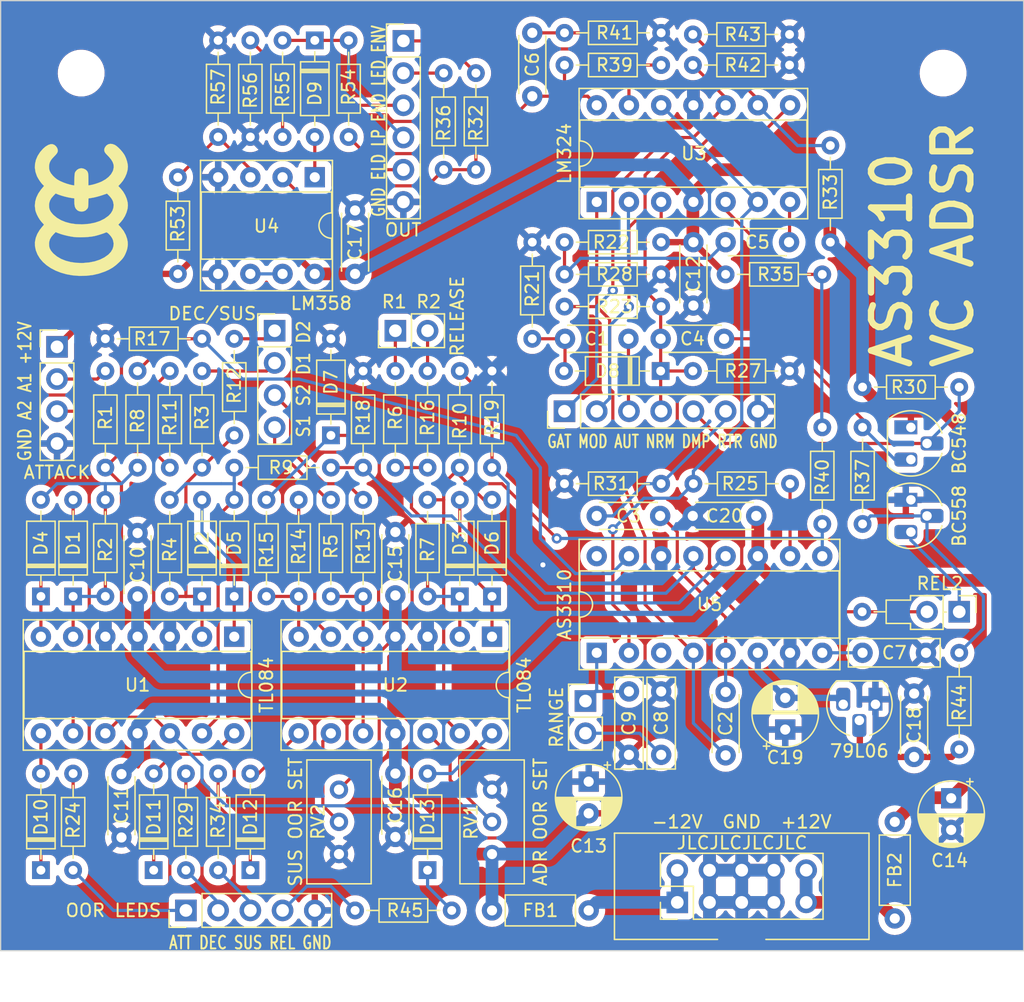
<source format=kicad_pcb>
(kicad_pcb (version 20221018) (generator pcbnew)
  (layers (0 "F.Cu" signal) (31 "B.Cu" signal) (34 "B.Paste" user) (35 "F.Paste" user) (36 "B.SilkS" user "B.Silkscreen") (37 "F.SilkS" user "F.Silkscreen") (38 "B.Mask" user) (39 "F.Mask" user) (44 "Edge.Cuts" user))
  (net 0 "")
  (net 1 "AUTO")
  (net 2 "Net-(D8-A)")
  (net 3 "G")
  (net 4 "T")
  (net 5 "RETRIG")
  (net 6 "NORM")
  (net 7 "Net-(Q1-E)")
  (net 8 "Net-(U3A--)")
  (net 9 "Net-(C5-Pad2)")
  (net 10 "Net-(U3C--)")
  (net 11 "Net-(U4A--)")
  (net 12 "Net-(U5-CCOMP)")
  (net 13 "GND")
  (net 14 "RNG2")
  (net 15 "RNG1")
  (net 16 "+12V")
  (net 17 "-12V")
  (net 18 "-6V")
  (net 19 "Net-(D1-K)")
  (net 20 "Net-(D1-A)")
  (net 21 "Net-(D2-K)")
  (net 22 "Net-(D2-A)")
  (net 23 "Net-(D3-K)")
  (net 24 "Net-(D3-A)")
  (net 25 "AM")
  (net 26 "DM")
  (net 27 "RM")
  (net 28 "S")
  (net 29 "ATT1")
  (net 30 "ATT2")
  (net 31 "DEC1")
  (net 32 "DEC2")
  (net 33 "SUS1")
  (net 34 "SUS2")
  (net 35 "REL1")
  (net 36 "REL2")
  (net 37 "GATE")
  (net 38 "MODE")
  (net 39 "DAMP")
  (net 40 "OORA")
  (net 41 "OORD")
  (net 42 "OORS")
  (net 43 "OORR")
  (net 44 "OUT")
  (net 45 "LED")
  (net 46 "R2")
  (net 47 "R")
  (net 48 "Net-(Q2-B)")
  (net 49 "SM")
  (net 50 "A")
  (net 51 "D")
  (net 52 "Net-(U2B--)")
  (net 53 "Net-(R14-Pad2)")
  (net 54 "Net-(U1C-+)")
  (net 55 "Net-(U3B--)")
  (net 56 "LOOP")
  (net 57 "Net-(U3D--)")
  (net 58 "Net-(U3B-+)")
  (net 59 "Net-(D9-A)")
  (net 60 "END")
  (net 61 "Net-(U5-IIN)")
  (net 62 "Net-(U4A-+)")
  (net 63 "Net-(U4B--)")
  (net 66 "Net-(D10-K)")
  (net 67 "Net-(D10-A)")
  (net 68 "Net-(D11-K)")
  (net 69 "Net-(D11-A)")
  (net 70 "Net-(D12-K)")
  (net 71 "Net-(D12-A)")
  (net 72 "Net-(D13-K)")
  (net 73 "Net-(D13-A)")
  (net 74 "Net-(U2C--)")
  (net 75 "Net-(J9-Pin_1)")
  (net 76 "Net-(J9-Pin_10)")
  (net 77 "ENDLD")
  (footprint "CGE_footprints:R_Axial_DIN0204_L3.6mm_D1.6mm_P7.62mm_Horizontal" (layer "F.Cu") (at 149.86 125.095 90)
    (fp_text reference "R44")
    (fp_text value "150k")
  )
  (footprint "CGE_footprints:C_Disc_D4.3mm_W1.9mm_P5.00mm" (layer "F.Cu") (at 102.235 87.59 90)
    (fp_text reference "C17")
    (fp_text value "100n")
  )
  (footprint "CGE_footprints:R_Axial_DIN0204_L3.6mm_D1.6mm_P7.62mm_Horizontal" (layer "F.Cu") (at 136.485 95.25 180)
    (fp_text reference "R27")
    (fp_text value "6k8")
  )
  (footprint "Inductor_THT:L_Axial_L5.3mm_D2.2mm_P7.62mm_Horizontal_Vishay_IM-1" (layer "F.Cu") (at 144.78 130.81 -90)
    (fp_text reference "FB2")
    (fp_text value "FB")
  )
  (footprint "CGE_footprints:D_DO-35_SOD27_P7.62mm_Horizontal" (layer "F.Cu") (at 110.49 113.03 90)
    (fp_text reference "D3")
    (fp_text value "1N914")
  )
  (footprint "CGE_footprints:D_DO-35_SOD27_P7.62mm_Horizontal" (layer "F.Cu") (at 100.33 100.33 90)
    (fp_text reference "D7")
    (fp_text value "5V1")
  )
  (footprint "CGE_footprints:R_Axial_DIN0204_L3.6mm_D1.6mm_P7.62mm_Horizontal" (layer "F.Cu") (at 85.09 102.87 90)
    (fp_text reference "R8")
    (fp_text value "20k")
  )
  (footprint "Connector_PinHeader_2.54mm:PinHeader_1x06_P2.54mm_Vertical" (layer "F.Cu") (at 106.045 69.215)
    (fp_text reference "J6" hide)
    (fp_text value "OUT")
  )
  (footprint "MountingHole:MountingHole_3.2mm_M3" (layer "F.Cu") (at 148.59 71.755)
    (fp_text reference "REF**" hide)
    (fp_text value "3.2mm")
  )
  (footprint "Connector_PinHeader_2.54mm:PinHeader_1x02_P2.54mm_Vertical" (layer "F.Cu") (at 105.41 92.075 90)
    (fp_text reference "J3" hide)
    (fp_text value "RELEASE")
  )
  (footprint "CGE_footprints:C_Disc_D4.3mm_W1.9mm_P5.00mm" (layer "F.Cu") (at 128.905 85.09 -90)
    (fp_text reference "C12")
    (fp_text value "100n")
  )
  (footprint "CGE_footprints:C_Disc_D4.3mm_W1.9mm_P5.00mm" (layer "F.Cu") (at 116.205 68.58 -90)
    (fp_text reference "C6")
    (fp_text value "22p")
  )
  (footprint "Package_DIP:DIP-8_W7.62mm_Socket" (layer "F.Cu") (at 99.06 79.97 -90)
    (fp_text reference "U4")
    (fp_text value "LM358")
  )
  (footprint "CGE_footprints:Resistor_Header" (layer "F.Cu") (at 149.83 114.24 180)
    (fp_text reference "J7" hide)
    (fp_text value "REL.2")
  )
  (footprint "CGE_footprints:C_Disc_D4.3mm_W1.9mm_P5.00mm" (layer "F.Cu") (at 105.41 112.95 90)
    (fp_text reference "C15")
    (fp_text value "100n")
  )
  (footprint "Package_DIP:DIP-14_W7.62mm_Socket" (layer "F.Cu") (at 92.71 116.205 -90)
    (fp_text reference "U1")
    (fp_text value "TL084")
  )
  (footprint "CGE_footprints:R_Axial_DIN0204_L3.6mm_D1.6mm_P7.62mm_Horizontal" (layer "F.Cu") (at 116.205 85.09 -90)
    (fp_text reference "R21")
    (fp_text value "10k")
  )
  (footprint "CGE_footprints:C_Disc_D4.3mm_W1.9mm_P5.00mm" (layer "F.Cu") (at 105.41 127 -90)
    (fp_text reference "C16")
    (fp_text value "100n")
  )
  (footprint "CGE_footprints:R_Axial_DIN0204_L3.6mm_D1.6mm_P7.62mm_Horizontal" (layer "F.Cu") (at 105.41 95.25 -90)
    (fp_text reference "R6")
    (fp_text value "100k")
  )
  (footprint "CGE_footprints:C_Disc_D4.3mm_W1.9mm_P5.00mm" (layer "F.Cu") (at 131.445 125.563 90)
    (fp_text reference "C2")
    (fp_text value "3n3")
  )
  (footprint "CGE_footprints:R_Axial_DIN0204_L3.6mm_D1.6mm_P7.62mm_Horizontal" (layer "F.Cu") (at 139.065 107.315 90)
    (fp_text reference "R40")
    (fp_text value "10k")
  )
  (footprint "CGE_footprints:R_Axial_DIN0204_L3.6mm_D1.6mm_P7.62mm_Horizontal" (layer "F.Cu") (at 142.24 96.52)
    (fp_text reference "R30")
    (fp_text value "100k")
  )
  (footprint "CGE_footprints:R_Axial_DIN0204_L3.6mm_D1.6mm_P7.62mm_Horizontal" (layer "F.Cu") (at 126.365 68.58 180)
    (fp_text reference "R41")
    (fp_text value "100k")
  )
  (footprint "CGE_footprints:R_Axial_DIN0204_L3.6mm_D1.6mm_P7.62mm_Horizontal" (layer "F.Cu") (at 113.03 95.25 -90)
    (fp_text reference "R19")
    (fp_text value "1k")
  )
  (footprint "CGE_footprints:D_DO-35_SOD27_P7.62mm_Horizontal" (layer "F.Cu") (at 86.36 134.62 90)
    (fp_text reference "D11")
    (fp_text value "1N914")
  )
  (footprint "CGE_footprints:R_Axial_DIN0204_L3.6mm_D1.6mm_P7.62mm_Horizontal" (layer "F.Cu") (at 88.9 127 -90)
    (fp_text reference "R29")
    (fp_text value "20k")
  )
  (footprint "CGE_footprints:D_DO-35_SOD27_P7.62mm_Horizontal" (layer "F.Cu") (at 90.17 113.03 90)
    (fp_text reference "D2")
    (fp_text value "1N914")
  )
  (footprint "CGE_footprints:C_Disc_D4.3mm_W1.9mm_P5.00mm" (layer "F.Cu") (at 123.785 92.71 180)
    (fp_text reference "C1")
    (fp_text value "33n")
  )
  (footprint "CGE_footprints:C_Disc_D4.3mm_W1.9mm_P5.00mm" (layer "F.Cu") (at 121.285 106.68)
    (fp_text reference "C3")
    (fp_text value "10n")
  )
  (footprint "Capacitor_THT:C_Rect_L7.0mm_W2.0mm_P5.00mm" (layer "F.Cu") (at 123.825 120.523 -90)
    (fp_text reference "C9")
    (fp_text value "33n")
  )
  (footprint "CGE_footprints:R_Axial_DIN0204_L3.6mm_D1.6mm_P7.62mm_Horizontal" (layer "F.Cu") (at 126.365 87.63 180)
    (fp_text reference "R28")
    (fp_text value "22k")
  )
  (footprint "CGE_footprints:R_Axial_DIN0204_L3.6mm_D1.6mm_P7.62mm_Horizontal" (layer "F.Cu") (at 88.265 79.97 -90)
    (fp_text reference "R53")
    (fp_text value "1M")
  )
  (footprint "Package_DIP:DIP-14_W7.62mm_Socket" (layer "F.Cu") (at 113.03 116.205 -90)
    (fp_text reference "U2")
    (fp_text value "TL084")
  )
  (footprint "CGE_footprints:R_Axial_DIN0204_L3.6mm_D1.6mm_P7.62mm_Horizontal" (layer "F.Cu") (at 128.905 104.14)
    (fp_text reference "R25")
    (fp_text value "22k")
  )
  (footprint "CGE_footprints:R_Axial_DIN0204_L3.6mm_D1.6mm_P7.62mm_Horizontal" (layer "F.Cu") (at 107.95 113.03 90)
    (fp_text reference "R7")
    (fp_text value "51k")
  )
  (footprint "CGE_footprints:D_DO-35_SOD27_P7.62mm_Horizontal" (layer "F.Cu") (at 107.95 134.62 90)
    (fp_text reference "D13")
    (fp_text value "1N914")
  )
  (footprint "CGE_footprints:D_DO-35_SOD27_P7.62mm_Horizontal" (layer "F.Cu") (at 80.01 113.03 90)
    (fp_text reference "D1")
    (fp_text value "1N914")
  )
  (footprint "CGE_footprints:R_Axial_DIN0204_L3.6mm_D1.6mm_P7.62mm_Horizontal" (layer "F.Cu") (at 87.63 113.03 90)
    (fp_text reference "R4")
    (fp_text value "51k")
  )
  (footprint "CGE_footprints:R_Axial_DIN0204_L3.6mm_D1.6mm_P7.62mm_Horizontal" (layer "F.Cu") (at 109.855 137.795 180)
    (fp_text reference "R45")
    (fp_text value "20k")
  )
  (footprint "CGE_footprints:D_DO-35_SOD27_P7.62mm_Horizontal" (layer "F.Cu") (at 126.325 95.25 180)
    (fp_text reference "D8")
    (fp_text value "BAT43")
  )
  (footprint "CGE_footprints:D_DO-35_SOD27_P7.62mm_Horizontal" (layer "F.Cu") (at 77.47 113.03 90)
    (fp_text reference "D4")
    (fp_text value "1N914")
  )
  (footprint "CGE_footprints:R_Axial_DIN0204_L3.6mm_D1.6mm_P7.62mm_Horizontal" (layer "F.Cu") (at 126.365 90.17 180)
    (fp_text reference "R23")
    (fp_text value "10k")
  )
  (footprint "CGE_footprints:R_Axial_DIN0204_L3.6mm_D1.6mm_P7.62mm_Horizontal" (layer "F.Cu") (at 91.44 127 -90)
    (fp_text reference "R34")
    (fp_text value "20k")
  )
  (footprint "Inductor_THT:L_Axial_L5.3mm_D2.2mm_P7.62mm_Horizontal_Vishay_IM-1" (layer "F.Cu") (at 113.03 137.795)
    (fp_text reference "FB1")
    (fp_text value "FB")
  )
  (footprint "CGE_footprints:R_Axial_DIN0204_L3.6mm_D1.6mm_P7.62mm_Horizontal" (layer "F.Cu") (at 102.87 95.25 -90)
    (fp_text reference "R18")
    (fp_text value "1k")
  )
  (footprint "CGE_footprints:D_DO-35_SOD27_P7.62mm_Horizontal" (layer "F.Cu") (at 93.98 134.62 90)
    (fp_text reference "D12")
    (fp_text value "1N914")
  )
  (footprint "CGE_footprints:D_DO-35_SOD27_P7.62mm_Horizontal" (layer "F.Cu") (at 99.06 69.175 -90)
    (fp_text reference "D9")
    (fp_text value "1N914")
  )
  (footprint "CGE_footprints:C_Disc_D4.3mm_W1.9mm_P5.00mm" (layer "F.Cu") (at 131.445 85.09)
    (fp_text reference "C5")
    (fp_text value "33n")
  )
  (footprint "CGE_footprints:R_Axial_DIN0204_L3.6mm_D1.6mm_P7.62mm_Horizontal" (layer "F.Cu") (at 107.95 95.25 -90)
    (fp_text reference "R16")
    (fp_text value "100k")
  )
  (footprint "CGE_footprints:R_Axial_DIN0204_L3.6mm_D1.6mm_P7.62mm_Horizontal" (layer "F.Cu") (at 101.727 69.175 -90)
    (fp_text reference "R54")
    (fp_text value "10k")
  )
  (footprint "Connector_PinHeader_2.54mm:PinHeader_1x07_P2.54mm_Vertical" (layer "F.Cu") (at 118.745 98.425 90)
    (fp_text reference "J4" hide)
    (fp_text value "GATE/TRG")
  )
  (footprint "CGE_footprints:R_Axial_DIN0204_L3.6mm_D1.6mm_P7.62mm_Horizontal" (layer "F.Cu") (at 118.745 104.14)
    (fp_text reference "R31")
    (fp_text value "100k")
  )
  (footprint "Connector_PinHeader_2.54mm:PinHeader_1x04_P2.54mm_Vertical" (layer "F.Cu") (at 78.74 93.345)
    (fp_text reference "J1" hide)
    (fp_text value "ATTACK")
  )
  (footprint "Package_TO_SOT_THT:TO-92_HandSolder" (layer "F.Cu") (at 143.256 121.539 180)
    (fp_text reference "U6" hide)
    (fp_text value "LM79L06")
  )
  (footprint "CGE_footprints:D_DO-35_SOD27_P7.62mm_Horizontal" (layer "F.Cu") (at 113.03 113.03 90)
    (fp_text reference "D6")
    (fp_text value "1N914")
  )
  (footprint "MountingHole:MountingHole_3.2mm_M3" (layer "F.Cu") (at 80.645 71.755)
    (fp_text reference "REF**" hide)
    (fp_text value "3.2mm")
  )
  (footprint "CGE_footprints:R_Axial_DIN0204_L3.6mm_D1.6mm_P7.62mm_Horizontal" (layer "F.Cu") (at 139.7 77.47 -90)
    (fp_text reference "R33")
    (fp_text value "100k")
  )
  (footprint "CGE_footprints:C_Disc_D4.3mm_W1.9mm_P5.00mm" (layer "F.Cu") (at 83.82 127.04 -90)
    (fp_text reference "C11")
    (fp_text value "100n")
  )
  (footprint "CGE_footprints:R_Axial_DIN0204_L3.6mm_D1.6mm_P7.62mm_Horizontal" (layer "F.Cu") (at 109.22 79.375 90)
    (fp_text reference "R36")
    (fp_text value "10k")
  )
  (footprint "Package_TO_SOT_THT:TO-92_HandSolder" (layer "F.Cu") (at 146.05 99.695 -90)
    (fp_text reference "Q1" hide)
    (fp_text value "BC548")
  )
  (footprint "CGE_footprints:C_Disc_D4.3mm_W1.9mm_P5.00mm" (layer "F.Cu") (at 133.858 106.68 180)
    (fp_text reference "C20")
    (fp_text value "100n")
  )
  (footprint "Package_DIP:DIP-14_W7.62mm_Socket" (layer "F.Cu") (at 121.285 81.915 90)
    (fp_text reference "U3")
    (fp_text value "LM324")
  )
  (footprint "CGE_footprints:R_Axial_DIN0204_L3.6mm_D1.6mm_P7.62mm_Horizontal" (layer "F.Cu") (at 100.33 105.41 -90)
    (fp_text reference "R5")
    (fp_text value "100k")
  )
  (footprint "Connector_PinHeader_2.54mm:PinHeader_1x05_P2.54mm_Vertical" (layer "F.Cu") (at 88.9 137.795 90)
    (fp_text reference "J5" hide)
    (fp_text value "OOR_LEDS")
  )
  (footprint "CGE_footprints:R_Axial_DIN0204_L3.6mm_D1.6mm_P7.62mm_Horizontal" (layer "F.Cu") (at 82.55 95.25 -90)
    (fp_text reference "R1")
    (fp_text value "100k")
  )
  (footprint "CGE_footprints:R_Axial_DIN0204_L3.6mm_D1.6mm_P7.62mm_Horizontal" (layer "F.Cu") (at 96.52 69.175 -90)
    (fp_text reference "R55")
    (fp_text value "22k")
  )
  (footprint "CGE_footprints:R_Axial_DIN0204_L3.6mm_D1.6mm_P7.62mm_Horizontal" (layer "F.Cu") (at 92.71 102.87)
    (fp_text reference "R9")
    (fp_text value "20k")
  )
  (footprint "CGE_footprints:Power_2x05" (layer "F.Cu") (at 137.795 134.62 -90)
    (fp_text reference "J9" hide)
    (fp_text value "POWER")
  )
  (footprint "CGE_footprints:D_DO-35_SOD27_P7.62mm_Horizontal" (layer "F.Cu") (at 77.47 134.62 90)
    (fp_text reference "D10")
    (fp_text value "1N914")
  )
  (footprint "CGE_footprints:R_Axial_DIN0204_L3.6mm_D1.6mm_P7.62mm_Horizontal" (layer "F.Cu") (at 93.98 76.795 90)
    (fp_text reference "R56")
    (fp_text value "39k")
  )
  (footprint "CGE_footprints:R_Axial_DIN0204_L3.6mm_D1.6mm_P7.62mm_Horizontal" (layer "F.Cu") (at 82.55 113.03 90)
    (fp_text reference "R2")
    (fp_text value "51k")
  )
  (footprint "CGE_footprints:R_Axial_DIN0204_L3.6mm_D1.6mm_P7.62mm_Horizontal" (layer "F.Cu") (at 136.485 71.12 180)
    (fp_text reference "R42")
    (fp_text value "470k")
  )
  (footprint "CGE_footprints:C_Disc_D4.3mm_W1.9mm_P5.00mm" (layer "F.Cu") (at 146.304 125.69 90)
    (fp_text reference "C18")
    (fp_text value "330n")
  )
  (footprint "CGE_footprints:D_DO-35_SOD27_P7.62mm_Horizontal" (layer "F.Cu") (at 92.71 113.03 90)
    (fp_text reference "D5")
    (fp_text value "1N914")
  )
  (footprint "Capacitor_THT:CP_Radial_D5.0mm_P2.50mm" (layer "F.Cu") (at 149.225 128.945 -90)
    (fp_text reference "C14")
    (fp_text value "10u")
  )
  (footprint "CGE_footprints:R_Axial_DIN0204_L3.6mm_D1.6mm_P7.62mm_Horizontal" (layer "F.Cu") (at 90.17 95.25 -90)
    (fp_text reference "R3")
    (fp_text value "100k")
  )
  (footprint "CGE_footprints:R_Axial_DIN0204_L3.6mm_D1.6mm_P7.62mm_Horizontal" (layer "F.Cu") (at 92.71 92.71 -90)
    (fp_text reference "R12")
    (fp_text value "100k")
  )
  (footprint "CGE_footprints:R_Axial_DIN0204_L3.6mm_D1.6mm_P7.62mm_Horizontal" (layer "F.Cu") (at 126.365 71.12 180)
    (fp_text reference "R39")
    (fp_text value "100k")
  )
  (footprint "Package_DIP:DIP-16_W7.62mm_Socket" (layer "F.Cu") (at 121.285 117.475 90)
    (fp_text reference "U5")
    (fp_text value "AS3310")
  )
  (footprint "CGE_footprints:R_Axial_DIN0204_L3.6mm_D1.6mm_P7.62mm_Horizontal" (layer "F.Cu") (at 91.44 69.175 -90)
    (fp_text reference "R57")
    (fp_text value "680R")
  )
  (footprint "CGE_footprints:R_Axial_DIN0204_L3.6mm_D1.6mm_P7.62mm_Horizontal" (layer "F.Cu") (at 110.49 102.87 90)
    (fp_text reference "R10")
    (fp_text value "20k")
  )
  (footprint "Potentiometer_THT:Potentiometer_Bourns_3296W_Vertical" (layer "F.Cu") (at 113.03 128.27 90)
    (fp_text reference "RV1")
    (fp_text value "500k")
  )
  (footprint "CGE_footprints:C_Disc_D4.3mm_W1.9mm_P5.00mm" (layer "F.Cu") (at 85.09 113.03 90)
    (fp_text reference "C10")
    (fp_text value "100n")
  )
  (footprint "CGE_footprints:R_Axial_DIN0204_L3.6mm_D1.6mm_P7.62mm_Horizontal" (layer "F.Cu") (at 102.87 105.41 -90)
    (fp_text reference "R13")
    (fp_text value "100k")
  )
  (footprint "Connector_PinHeader_2.54mm:PinHeader_1x04_P2.54mm_Vertical" (layer "F.Cu") (at 95.895 92.075)
    (fp_text reference "J2" hide)
    (fp_text value "DECAY/SUSTAIN")
  )
  (footprint "Capacitor_THT:C_Rect_L7.0mm_W2.0mm_P5.00mm" (layer "F.Cu") (at 126.365 125.523 90)
    (fp_text reference "C8")
    (fp_text value "100n")
  )
  (footprint "Capacitor_THT:C_Rect_L7.0mm_W2.0mm_P5.00mm" (layer "F.Cu") (at 142.24 117.475)
    (fp_text reference "C7")
    (fp_text value "4n7")
  )
  (footprint "CGE_footprints:R_Axial_DIN0204_L3.6mm_D1.6mm_P7.62mm_Horizontal" (layer "F.Cu") (at 139.065 87.63 180)
    (fp_text reference "R35")
    (fp_text value "10M")
  )
  (footprint "CGE_footprints:R_Axial_DIN0204_L3.6mm_D1.6mm_P7.62mm_Horizontal" (layer "F.Cu") (at 142.24 107.315 90)
    (fp_text reference "R37")
    (fp_text value "47k")
  )
  (footprint "Package_TO_SOT_THT:TO-92_HandSolder" (layer "F.Cu") (at 146.05 105.41 -90)
    (fp_text reference "Q2" hide)
    (fp_text value "BC558")
  )
  (footprint "CGE_footprints:R_Axial_DIN0204_L3.6mm_D1.6mm_P7.62mm_Horizontal" (layer "F.Cu") (at 95.25 113.03 90)
    (fp_text reference "R15")
    (fp_text value "39k")
  )
  (footprint "CGE_footprints:R_Axial_DIN0204_L3.6mm_D1.6mm_P7.62mm_Horizontal" (layer "F.Cu") (at 80.01 127 -90)
    (fp_text reference "R24")
    (fp_text value "20k")
  )
  (footprint "CGE_footprints:R_Axial_DIN0204_L3.6mm_D1.6mm_P7.62mm_Horizontal" (layer "F.Cu") (at 111.76 79.375 90)
    (fp_text reference "R32")
    (fp_text value "1k")
  )
  (footprint "CGE_footprints:R_Axial_DIN0204_L3.6mm_D1.6mm_P7.62mm_Horizontal" (layer "F.Cu") (at 82.55 92.71)
    (fp_text reference "R17")
    (fp_text value "1k")
  )
  (footprint "Potentiometer_THT:Potentiometer_Bourns_3296W_Vertical" (layer "F.Cu") (at 100.965 128.27 90)
    (fp_text reference "RV2")
    (fp_text value "500k")
  )
  (footprint "Capacitor_THT:CP_Radial_D5.0mm_P2.50mm" (layer "F.Cu") (at 136.144 123.531 90)
    (fp_text reference "C19")
    (fp_text value "1u")
  )
  (footprint "Capacitor_THT:CP_Radial_D5.0mm_P2.50mm" (layer "F.Cu") (at 120.65 127.635 -90)
    (fp_text reference "C13")
    (fp_text value "10u")
  )
  (footprint "CGE_footprints:R_Axial_DIN0204_L3.6mm_D1.6mm_P7.62mm_Horizontal" (layer "F.Cu") (at 118.745 85.09)
    (fp_text reference "R22")
    (fp_text value "100k")
  )
  (footprint "CGE_footprints:C_Disc_D4.3mm_W1.9mm_P5.00mm" (layer "F.Cu") (at 126.325 92.71)
    (fp_text reference "C4")
    (fp_text value "10n")
  )
  (footprint "CGE_footprints:R_Axial_DIN0204_L3.6mm_D1.6mm_P7.62mm_Horizontal" (layer "F.Cu") (at 87.63 95.25 -90)
    (fp_text reference "R11")
    (fp_text value "100k")
  )
  (footprint "CGE_footprints:R_Axial_DIN0204_L3.6mm_D1.6mm_P7.62mm_Horizontal" (layer "F.Cu") (at 97.79 105.41 -90)
    (fp_text reference "R14")
    (fp_text value "100k")
  )
  (footprint "CGE_footprints:R_Axial_DIN0204_L3.6mm_D1.6mm_P7.62mm_Horizontal" (layer "F.Cu") (at 136.485 68.707 180)
    (fp_text reference "R43")
    (fp_text value "10k")
  )
  (footprint "CGE_footprints:CGE_logo" (layer "F.Cu") (at 80.645 82.55 90)
    (fp_text reference "G***" hide)
    (fp_text value "LOGO" hide)
  )
  (footprint "Connector_PinHeader_2.54mm:PinHeader_1x02_P2.54mm_Vertical" (layer "F.Cu") (at 120.396 121.28)
    (fp_text reference "J8" hide)
    (fp_text value "RANGE")
  )
  (gr_rect (start 74.295 66.04) (end 154.94 140.97) (stroke (width 0.1)) (fill none) (layer "Edge.Cuts"))
  (gr_text "AS3310\nVC ADSR" (at 151.13 95.25 90) (layer "F.SilkS") (effects (font (size 3 3) (thickness 0.5) bold) (justify left bottom)))
  (gr_text "JLCJLCJLCJLC" (at 132.7404 133.0452) (layer "F.SilkS") (effects (font (size 1 1)) (justify bottom)))
  (segment (start 123.785 92.71) (end 123.785 98.385) (width 0.25) (layer "F.Cu") (net 1))
  (segment (start 123.785 98.385) (end 123.825 98.425) (width 0.25) (layer "F.Cu") (net 1))
  (segment (start 118.785 95.17) (end 118.705 95.25) (width 0.25) (layer "F.Cu") (net 2))
  (segment (start 118.785 92.71) (end 118.785 95.17) (width 0.25) (layer "F.Cu") (net 2))
  (segment (start 116.205 92.71) (end 118.785 92.71) (width 0.25) (layer "F.Cu") (net 2))
  (segment (start 122.555 96.901) (end 122.301 96.647) (width 0.25) (layer "F.Cu") (net 3))
  (segment (start 125.095 113.665) (end 125.095 108.331) (width 0.25) (layer "F.Cu") (net 3))
  (segment (start 125.095 108.331) (end 122.555 102.235) (width 0.25) (layer "F.Cu") (net 3))
  (segment (start 128.905 117.475) (end 125.095 113.665) (width 0.25) (layer "F.Cu") (net 3))
  (segment (start 122.555 102.235) (end 122.555 96.901) (width 0.25) (layer "F.Cu") (net 3))
  (segment (start 121.285 90.17) (end 120.523 90.17) (width 0.25) (layer "F.Cu") (net 3))
  (segment (start 122.301 96.647) (end 122.301 91.186) (width 0.25) (layer "F.Cu") (net 3))
  (segment (start 120.523 90.17) (end 118.745 90.17) (width 0.25) (layer "F.Cu") (net 3))
  (segment (start 122.301 91.186) (end 121.285 90.17) (width 0.25) (layer "F.Cu") (net 3))
  (segment (start 121.285 81.915) (end 121.285 90.17) (width 0.25) (layer "F.Cu") (net 3))
  (segment (start 128.905 117.475) (end 128.905 123.023) (width 0.25) (layer "B.Cu") (net 3))
  (segment (start 128.905 123.023) (end 131.445 125.563) (width 0.25) (layer "B.Cu") (net 3))
  (segment (start 127.635 110.871) (end 127.635 107.95) (width 0.25) (layer "F.Cu") (net 4))
  (segment (start 127.635 107.95) (end 126.365 106.68) (width 0.25) (layer "F.Cu") (net 4))
  (segment (start 131.445 117.475) (end 131.445 114.681) (width 0.25) (layer "F.Cu") (net 4))
  (segment (start 131.445 114.681) (end 127.635 110.871) (width 0.25) (layer "F.Cu") (net 4))
  (segment (start 126.365 106.68) (end 126.285 106.68) (width 0.25) (layer "F.Cu") (net 4))
  (segment (start 131.445 117.475) (end 131.445 120.563) (width 0.25) (layer "B.Cu") (net 4))
  (segment (start 126.365 104.14) (end 131.445 99.06) (width 0.25) (layer "B.Cu") (net 5))
  (segment (start 121.285 106.68) (end 122.555 106.68) (width 0.25) (layer "B.Cu") (net 5))
  (segment (start 125.095 104.14) (end 126.365 104.14) (width 0.25) (layer "B.Cu") (net 5))
  (segment (start 131.445 99.06) (end 131.445 98.425) (width 0.25) (layer "B.Cu") (net 5))
  (segment (start 122.555 106.68) (end 125.095 104.14) (width 0.25) (layer "B.Cu") (net 5))
  (segment (start 125.095 84.455) (end 125.095 88.9) (width 0.25) (layer "F.Cu") (net 6))
  (segment (start 125.095 88.9) (end 126.365 90.17) (width 0.25) (layer "F.Cu") (net 6))
  (segment (start 126.325 98.385) (end 126.365 98.425) (width 0.25) (layer "F.Cu") (net 6))
  (segment (start 126.365 90.17) (end 126.325 90.21) (width 0.25) (layer "F.Cu") (net 6))
  (segment (start 126.325 90.21) (end 126.325 92.71) (width 0.25) (layer "F.Cu") (net 6))
  (segment (start 126.365 83.185) (end 125.095 84.455) (width 0.25) (layer "F.Cu") (net 6))
  (segment (start 126.365 81.915) (end 126.365 83.185) (width 0.25) (layer "F.Cu") (net 6))
  (segment (start 126.325 95.25) (end 128.865 95.25) (width 0.25) (layer "F.Cu") (net 6))
  (segment (start 126.325 95.25) (end 126.325 98.385) (width 0.25) (layer "F.Cu") (net 6))
  (segment (start 126.325 92.71) (end 126.325 95.25) (width 0.25) (layer "F.Cu") (net 6))
  (segment (start 131.325 92.71) (end 135.89 92.71) (width 0.25) (layer "F.Cu") (net 7))
  (segment (start 142.24 99.06) (end 142.24 99.695) (width 0.25) (layer "F.Cu") (net 7))
  (segment (start 135.89 92.71) (end 142.24 99.06) (width 0.25) (layer "F.Cu") (net 7))
  (segment (start 144.78 102.235) (end 146.05 102.235) (width 0.25) (layer "B.Cu") (net 7))
  (segment (start 142.24 99.695) (end 144.78 102.235) (width 0.25) (layer "B.Cu") (net 7))
  (segment (start 118.745 85.09) (end 118.745 87.63) (width 0.25) (layer "F.Cu") (net 8))
  (segment (start 123.785 86.36) (end 130.175 86.36) (width 0.25) (layer "B.Cu") (net 8))
  (segment (start 123.785 85.598) (end 123.785 86.36) (width 0.25) (layer "B.Cu") (net 8))
  (segment (start 123.785 81.955) (end 123.785 85.598) (width 0.25) (layer "B.Cu") (net 8))
  (segment (start 123.785 86.36) (end 120.015 86.36) (width 0.25) (layer "B.Cu") (net 8))
  (segment (start 130.175 86.36) (end 131.445 85.09) (width 0.25) (layer "B.Cu") (net 8))
  (segment (start 123.825 81.915) (end 123.785 81.955) (width 0.25) (layer "B.Cu") (net 8))
  (segment (start 120.015 86.36) (end 118.745 87.63) (width 0.25) (layer "B.Cu") (net 8))
  (segment (start 136.485 85.05) (end 136.445 85.09) (width 0.25) (layer "F.Cu") (net 9))
  (segment (start 136.525 81.915) (end 136.485 81.955) (width 0.25) (layer "F.Cu") (net 9))
  (segment (start 136.485 81.955) (end 136.485 85.05) (width 0.25) (layer "F.Cu") (net 9))
  (segment (start 133.985 73.827) (end 133.985 74.295) (width 0.25) (layer "F.Cu") (net 10))
  (segment (start 128.865 68.707) (end 133.985 73.827) (width 0.25) (layer "F.Cu") (net 10))
  (segment (start 133.985 74.335) (end 137.12 77.47) (width 0.25) (layer "B.Cu") (net 10))
  (segment (start 137.12 77.47) (end 139.7 77.47) (width 0.25) (layer "B.Cu") (net 10))
  (segment (start 133.985 74.295) (end 133.985 74.335) (width 0.25) (layer "B.Cu") (net 10))
  (segment (start 118.745 71.12) (end 118.745 73.58) (width 0.25) (layer "F.Cu") (net 11))
  (segment (start 111.76 79.375) (end 109.22 79.375) (width 0.25) (layer "F.Cu") (net 11))
  (segment (start 116.205 73.58) (end 116.205 73.707) (width 0.25) (layer "F.Cu") (net 11))
  (segment (start 101.6 80.645) (end 100.838 81.407) (width 0.25) (layer "F.Cu") (net 11))
  (segment (start 107.95 80.645) (end 101.6 80.645) (width 0.25) (layer "F.Cu") (net 11))
  (segment (start 109.22 79.375) (end 107.95 80.645) (width 0.25) (layer "F.Cu") (net 11))
  (segment (start 111.76 78.152) (end 111.76 79.375) (width 0.25) (layer "F.Cu") (net 11))
  (segment (start 120.57 73.58) (end 118.745 73.58) (width 0.25) (layer "F.Cu") (net 11))
  (segment (start 97.957 81.407) (end 96.52 79.97) (width 0.25) (layer "F.Cu") (net 11))
  (segment (start 116.205 73.707) (end 111.76 78.152) (width 0.25) (layer "F.Cu") (net 11))
  (segment (start 121.285 74.295) (end 120.57 73.58) (width 0.25) (layer "F.Cu") (net 11))
  (segment (start 100.838 81.407) (end 97.957 81.407) (width 0.25) (layer "F.Cu") (net 11))
  (segment (start 116.205 73.58) (end 117.729 73.58) (width 0.25) (layer "F.Cu") (net 11))
  (segment (start 117.729 73.58) (end 118.745 73.58) (width 0.25) (layer "F.Cu") (net 11))
  (segment (start 139.065 117.475) (end 142.24 117.475) (width 0.25) (layer "B.Cu") (net 12))
  (segment (start 83.82 93.98) (end 83.82 96.266) (width 0.25) (layer "F.Cu") (net 13))
  (segment (start 96.52 106.553) (end 96.52 104.267) (width 0.25) (layer "F.Cu") (net 13))
  (segment (start 93.98 106.553) (end 93.98 104.267) (width 0.25) (layer "F.Cu") (net 13))
  (segment (start 101.6 101.6508) (end 99.314 101.6508) (width 0.25) (layer "F.Cu") (net 13))
  (segment (start 83.82 114.173) (end 83.82 111.887) (width 0.25) (layer "F.Cu") (net 13))
  (segment (start 86.36 114.173) (end 86.36 111.887) (width 0.25) (layer "F.Cu") (net 13))
  (segment (start 81.28 106.68) (end 81.28 104.394) (width 0.25) (layer "F.Cu") (net 13))
  (segment (start 107.188 75.565) (end 104.902 75.565) (width 0.25) (layer "F.Cu") (net 13))
  (segment (start 125.095 118.6434) (end 125.095 116.3574) (width 0.25) (layer "F.Cu") (net 13))
  (segment (start 104.0892 114.173) (end 104.0892 111.887) (width 0.25) (layer "F.Cu") (net 13))
  (segment (start 92.71 135.89) (end 92.71 133.604) (width 0.25) (layer "F.Cu") (net 13))
  (segment (start 90.17 135.89) (end 90.17 133.604) (width 0.25) (layer "F.Cu") (net 13))
  (segment (start 106.7308 114.1476) (end 106.7308 111.8616) (width 0.25) (layer "F.Cu") (net 13))
  (segment (start 113.665 132.08) (end 111.379 132.08) (width 0.25) (layer "F.Cu") (net 13))
  (segment (start 81.28 125.095) (end 81.28 122.809) (width 0.25) (layer "F.Cu") (net 13))
  (segment (start 120.015 69.85) (end 117.729 69.85) (width 0.25) (layer "F.Cu") (net 13))
  (segment (start 104.14 104.0638) (end 104.14 101.7778) (width 0.25) (layer "F.Cu") (net 13))
  (segment (start 101.6 125.095) (end 101.6 122.809) (width 0.25) (layer "F.Cu") (net 13))
  (segment (start 107.188 78.105) (end 104.902 78.105) (width 0.25) (layer "F.Cu") (net 13))
  (segment (start 130.175 110.998) (end 130.175 108.712) (width 0.25) (layer "F.Cu") (net 13))
  (segment (start 93.98 114.173) (end 93.98 111.887) (width 0.25) (layer "F.Cu") (net 13))
  (segment (start 79.883 97.145) (end 77.597 97.145) (width 0.25) (layer "F.Cu") (net 13))
  (segment (start 87.63 135.89) (end 87.63 133.604) (width 0.25) (layer "F.Cu") (net 13))
  (segment (start 106.68 128.143) (end 106.68 125.857) (width 0.25) (layer "F.Cu") (net 13))
  (segment (start 130.175 118.6434) (end 130.175 116.3574) (width 0.5) (layer "F.Cu") (net 13))
  (segment (start 99.06 125.095) (end 99.06 122.809) (width 0.25) (layer "F.Cu") (net 13))
  (segment (start 127.635 99.5426) (end 127.635 97.2566) (width 0.25) (layer "F.Cu") (net 13))
  (segment (start 106.68 124.968) (end 106.68 122.682) (width 0.25) (layer "F.Cu") (net 13))
  (segment (start 92.71 128.143) (end 92.71 125.857) (width 0.25) (layer "F.Cu") (net 13))
  (segment (start 132.715 110.998) (end 132.715 108.712) (width 0.25) (layer "F.Cu") (net 13))
  (via (at 117.0432 110.5408) (size 0.8) (drill 0.4) (layers "F.Cu" "B.Cu") (net 13))
  (segment (start 111.76 104.14) (end 111.76 101.854) (width 0.25) (layer "B.Cu") (net 13))
  (segment (start 109.22 104.14) (end 109.22 101.854) (width 0.25) (layer "B.Cu") (net 13))
  (segment (start 99.06 106.553) (end 99.06 104.267) (width 0.25) (layer "B.Cu") (net 13))
  (segment (start 111.76 106.553) (end 111.76 104.267) (width 0.25) (layer "B.Cu") (net 13))
  (segment (start 87.63 128.27) (end 87.63 125.984) (width 0.25) (layer "B.Cu") (net 13))
  (segment (start 86.36 104.14) (end 86.36 101.854) (width 0.25) (layer "B.Cu") (net 13))
  (segment (start 106.68 104.14) (end 106.68 101.854) (width 0.25) (layer "B.Cu") (net 13))
  (segment (start 93.98 106.553) (end 93.98 104.267) (width 0.25) (layer "B.Cu") (net 13))
  (segment (start 130.175 83.058) (end 130.175 80.772) (width 0.25) (layer "B.Cu") (net 13))
  (segment (start 101.6 106.553) (end 101.6 104.267) (width 0.25) (layer "B.Cu") (net 13))
  (segment (start 106.68 124.968) (end 106.68 122.682) (width 0.25) (layer "B.Cu") (net 13))
  (segment (start 109.22 124.968) (end 109.22 122.682) (width 0.25) (layer "B.Cu") (net 13))
  (segment (start 124.662 123.82) (end 126.365 125.523) (width 0.25) (layer "B.Cu") (net 14))
  (segment (start 120.396 123.82) (end 124.662 123.82) (width 0.25) (layer "B.Cu") (net 14))
  (segment (start 121.153 120.523) (end 120.396 121.28) (width 0.25) (layer "B.Cu") (net 15))
  (segment (start 121.285 120.523) (end 121.153 120.523) (width 0.25) (layer "B.Cu") (net 15))
  (segment (start 121.285 117.475) (end 121.285 120.523) (width 0.25) (layer "B.Cu") (net 15))
  (segment (start 123.825 120.523) (end 121.285 120.523) (width 0.25) (layer "B.Cu") (net 15))
  (segment (start 128.865 85.05) (end 128.905 85.09) (width 1) (layer "F.Cu") (net 16))
  (segment (start 146.685 128.905) (end 149.185 128.905) (width 1) (layer "F.Cu") (net 16))
  (segment (start 130.81 79.375) (end 128.905 81.28) (width 1) (layer "F.Cu") (net 16))
  (segment (start 144.78 130.81) (end 146.685 128.905) (width 1) (layer "F.Cu") (net 16))
  (segment (start 153.035 111.76) (end 150.368 111.76) (width 1) (layer "F.Cu") (net 16))
  (segment (start 128.905 81.915) (end 128.865 81.955) (width 1) (layer "F.Cu") (net 16))
  (segment (start 104.14 117.475) (end 105.41 116.205) (width 0.25) (layer "F.Cu") (net 16))
  (segment (start 78.74 93.345) (end 84.495 87.59) (width 0.5) (layer "F.Cu") (net 16))
  (segment (start 149.225 128.945) (end 153.035 125.135) (width 1) (layer "F.Cu") (net 16))
  (segment (start 126.365 85.09) (end 128.905 85.09) (width 0.5) (layer "F.Cu") (net 16))
  (segment (start 97.195 85.725) (end 99.06 87.59) (width 0.5) (layer "F.Cu") (net 16))
  (segment (start 102.235 87.59) (end 99.06 87.59) (width 1) (layer "F.Cu") (net 16))
  (segment (start 146.05 98.425) (end 144.145 98.425) (width 1) (layer "F.Cu") (net 16))
  (segment (start 150.368 111.76) (end 135.255 111.76) (width 1) (layer "F.Cu") (net 16))
  (segment (start 135.255 111.76) (end 133.985 110.49) (width 1) (layer "F.Cu") (net 16))
  (segment (start 100.965 128.27) (end 103.1875 126.0475) (width 0.25) (layer "F.Cu") (net 16))
  (segment (start 148.59 98.425) (end 146.05 98.425) (width 1) (layer "F.Cu") (net 16))
  (segment (start 128.905 81.28) (end 128.905 81.915) (width 1) (layer "F.Cu") (net 16))
  (segment (start 90.13 85.725) (end 97.195 85.725) (width 0.5) (layer "F.Cu") (net 16))
  (segment (start 153.035 102.87) (end 148.59 98.425) (width 1) (layer "F.Cu") (net 16))
  (segment (start 139.66 81.875) (end 137.16 79.375) (width 1) (layer "F.Cu") (net 16))
  (segment (start 128.865 81.955) (end 128.865 85.05) (width 1) (layer "F.Cu") (net 16))
  (segment (start 146.05 99.695) (end 146.05 98.425) (width 0.5) (layer "F.Cu") (net 16))
  (segment (start 144.145 98.425) (end 142.24 96.52) (width 1) (layer "F.Cu") (net 16))
  (segment (start 104.14 125.095) (end 104.14 117.475) (width 0.25) (layer "F.Cu") (net 16))
  (segment (start 137.16 79.375) (end 130.81 79.375) (width 1) (layer "F.Cu") (net 16))
  (segment (start 133.985 109.855) (end 133.985 106.807) (width 1) (layer "F.Cu") (net 16))
  (segment (start 153.035 125.135) (end 153.035 111.76) (width 1) (layer "F.Cu") (net 16))
  (segment (start 133.985 110.49) (end 133.985 109.855) (width 1) (layer "F.Cu") (net 16))
  (segment (start 149.185 128.905) (end 149.225 128.945) (width 1) (layer "F.Cu") (net 16))
  (segment (start 103.1875 126.0475) (end 104.14 125.095) (width 0.25) (layer "F.Cu") (net 16))
  (segment (start 131.445 87.63) (end 128.905 85.09) (width 0.5) (layer "F.Cu") (net 16))
  (segment (start 153.035 111.76) (end 153.035 102.87) (width 1) (layer "F.Cu") (net 16))
  (segment (start 88.265 87.59) (end 90.13 85.725) (width 0.5) (layer "F.Cu") (net 16))
  (segment (start 139.66 85.05) (end 139.66 81.875) (width 1) (layer "F.Cu") (net 16))
  (segment (start 133.985 106.807) (end 133.858 106.68) (width 1) (layer "F.Cu") (net 16))
  (segment (start 139.7 85.09) (end 139.66 85.05) (width 1) (layer "F.Cu") (net 16))
  (segment (start 84.495 87.59) (end 88.265 87.59) (width 0.5) (layer "F.Cu") (net 16))
  (segment (start 142.24 87.67) (end 139.7 85.13) (width 1) (layer "B.Cu") (net 16))
  (segment (start 128.905 81.915) (end 128.905 81.28) (width 1) (layer "B.Cu") (net 16))
  (segment (start 133.985 110.8075) (end 129.2225 115.57) (width 1) (layer "B.Cu") (net 16))
  (segment (start 129.2225 115.57) (end 118.11 115.57) (width 1) (layer "B.Cu") (net 16))
  (segment (start 114.3 119.38) (end 105.41 119.38) (width 1) (layer "B.Cu") (net 16))
  (segment (start 118.11 115.57) (end 114.3 119.38) (width 1) (layer "B.Cu") (net 16))
  (segment (start 118.364 78.994) (end 102.235 87.59) (width 1) (layer "B.Cu") (net 16))
  (segment (start 126.746 78.994) (end 118.364 78.994) (width 1) (layer "B.Cu") (net 16))
  (segment (start 85.09 117.475) (end 86.995 119.38) (width 1) (layer "B.Cu") (net 16))
  (segment (start 105.41 112.95) (end 105.41 116.205) (width 1) (layer "B.Cu") (net 16))
  (segment (start 133.985 109.855) (end 133.985 110.8075) (width 1) (layer "B.Cu") (net 16))
  (segment (start 128.905 81.28) (end 126.746 78.994) (width 1) (layer "B.Cu") (net 16))
  (segment (start 105.41 119.38) (end 105.41 116.205) (width 1) (layer "B.Cu") (net 16))
  (segment (start 142.24 96.52) (end 142.24 87.67) (width 1) (layer "B.Cu") (net 16))
  (segment (start 139.7 85.13) (end 139.7 85.09) (width 1) (layer "B.Cu") (net 16))
  (segment (start 85.09 113.03) (end 85.09 116.205) (width 1) (layer "B.Cu") (net 16))
  (segment (start 85.09 116.205) (end 85.09 117.475) (width 1) (layer "B.Cu") (net 16))
  (segment (start 86.995 119.38) (end 105.41 119.38) (width 1) (layer "B.Cu") (net 16))
  (segment (start 123.865 130.135) (end 120.65 130.135) (width 0.5) (layer "F.Cu") (net 17))
  (segment (start 142.026 125.69) (end 139.446 128.27) (width 0.5) (layer "F.Cu") (net 17))
  (segment (start 146.304 125.69) (end 149.265 125.69) (width 0.5) (layer "F.Cu") (net 17))
  (segment (start 109.855 133.35) (end 105.41 128.905) (width 1) (layer "F.Cu") (net 17))
  (segment (start 142.026 125.69) (end 142.026 122.849) (width 0.5) (layer "F.Cu") (net 17))
  (segment (start 125.73 128.27) (end 123.865 130.135) (width 0.5) (layer "F.Cu") (net 17))
  (segment (start 143.637 125.69) (end 142.026 125.69) (width 0.5) (layer "F.Cu") (net 17))
  (segment (start 142.026 122.849) (end 141.986 122.809) (width 0.5) (layer "F.Cu") (net 17))
  (segment (start 113.03 133.35) (end 109.855 133.35) (width 1) (layer "F.Cu") (net 17))
  (segment (start 149.265 125.69) (end 149.86 125.095) (width 0.5) (layer "F.Cu") (net 17))
  (segment (start 105.41 128.905) (end 105.41 127) (width 1) (layer "F.Cu") (net 17))
  (segment (start 146.304 125.69) (end 143.637 125.69) (width 0.5) (layer "F.Cu") (net 17))
  (segment (start 139.446 128.27) (end 125.73 128.27) (width 0.5) (layer "F.Cu") (net 17))
  (segment (start 105.41 123.825) (end 105.41 123.19) (width 1) (layer "B.Cu") (net 17))
  (segment (start 86.36 121.92) (end 85.09 123.19) (width 1) (layer "B.Cu") (net 17))
  (segment (start 85.09 123.825) (end 85.09 125.77) (width 1) (layer "B.Cu") (net 17))
  (segment (start 104.14 121.92) (end 86.36 121.92) (width 1) (layer "B.Cu") (net 17))
  (segment (start 85.09 125.77) (end 83.82 127.04) (width 1) (layer "B.Cu") (net 17))
  (segment (start 85.09 123.19) (end 85.09 123.825) (width 1) (layer "B.Cu") (net 17))
  (segment (start 117.435 133.35) (end 113.03 133.35) (width 1) (layer "B.Cu") (net 17))
  (segment (start 105.41 127) (end 105.41 123.825) (width 1) (layer "B.Cu") (net 17))
  (segment (start 105.41 123.19) (end 104.14 121.92) (width 1) (layer "B.Cu") (net 17))
  (segment (start 113.03 133.3119) (end 113.03 137.795) (width 1) (layer "B.Cu") (net 17))
  (segment (start 120.65 130.135) (end 117.435 133.35) (width 1) (layer "B.Cu") (net 17))
  (segment (start 133.985 118.872) (end 136.144 121.031) (width 0.5) (layer "B.Cu") (net 18))
  (segment (start 136.144 121.031) (end 140.208 121.031) (width 0.5) (layer "B.Cu") (net 18))
  (segment (start 133.985 117.475) (end 133.985 118.872) (width 0.5) (layer "B.Cu") (net 18))
  (segment (start 140.208 121.031) (end 140.716 121.539) (width 0.5) (layer "B.Cu") (net 18))
  (segment (start 82.55 109.855) (end 82.55 113.03) (width 0.25) (layer "F.Cu") (net 19))
  (segment (start 82.55 102.87) (end 83.82 101.6) (width 0.25) (layer "F.Cu") (net 19))
  (segment (start 83.82 104.14) (end 83.82 108.585) (width 0.25) (layer "F.Cu") (net 19))
  (segment (start 80.01 113.03) (end 80.01 116.205) (width 0.25) (layer "F.Cu") (net 19))
  (segment (start 86.36 101.6) (end 87.63 102.87) (width 0.25) (layer "F.Cu") (net 19))
  (segment (start 83.82 101.6) (end 86.36 101.6) (width 0.25) (layer "F.Cu") (net 19))
  (segment (start 83.82 108.585) (end 82.55 109.855) (width 0.25) (layer "F.Cu") (net 19))
  (segment (start 82.55 102.87) (end 83.82 104.14) (width 0.25) (layer "F.Cu") (net 19))
  (segment (start 80.01 113.03) (end 82.55 113.03) (width 0.25) (layer "B.Cu") (net 19))
  (segment (start 77.47 113.03) (end 77.47 116.205) (width 0.25) (layer "F.Cu") (net 20))
  (segment (start 80.01 105.41) (end 80.01 107.95) (width 0.25) (layer "F.Cu") (net 20))
  (segment (start 77.47 110.49) (end 77.47 113.03) (width 0.25) (layer "F.Cu") (net 20))
  (segment (start 80.01 107.95) (end 77.47 110.49) (width 0.25) (layer "F.Cu") (net 20))
  (segment (start 88.9 104.14) (end 88.9 112.268) (width 0.25) (layer "F.Cu") (net 21))
  (segment (start 88.9 113.03) (end 87.63 113.03) (width 0.25) (layer "F.Cu") (net 21))
  (segment (start 88.9 113.03) (end 90.17 113.03) (width 0.25) (layer "F.Cu") (net 21))
  (segment (start 88.9 112.268) (end 88.9 113.03) (width 0.25) (layer "F.Cu") (net 21))
  (segment (start 90.17 113.03) (end 90.17 116.205) (width 0.25) (layer "F.Cu") (net 21))
  (segment (start 90.17 102.87) (end 88.9 104.14) (width 0.25) (layer "F.Cu") (net 21))
  (segment (start 92.71 100.33) (end 90.17 102.87) (width 0.25) (layer "F.Cu") (net 21))
  (segment (start 92.71 113.03) (end 92.71 116.205) (width 0.25) (layer "F.Cu") (net 22))
  (segment (start 92.71 110.49) (end 92.71 113.03) (width 0.25) (layer "B.Cu") (net 22))
  (segment (start 90.17 105.41) (end 90.17 107.95) (width 0.25) (layer "B.Cu") (net 22))
  (segment (start 90.17 107.95) (end 92.71 110.49) (width 0.25) (layer "B.Cu") (net 22))
  (segment (start 106.68 106.045) (end 107.95 107.315) (width 0.25) (layer "F.Cu") (net 23))
  (segment (start 107.95 102.87) (end 106.68 102.87) (width 0.25) (layer "F.Cu") (net 23))
  (segment (start 106.68 103.759) (end 106.68 106.045) (width 0.25) (layer "F.Cu") (net 23))
  (segment (start 106.68 102.87) (end 106.68 103.759) (width 0.25) (layer "F.Cu") (net 23))
  (segment (start 105.41 102.87) (end 106.68 102.87) (width 0.25) (layer "F.Cu") (net 23))
  (segment (start 110.49 113.03) (end 110.49 116.205) (width 0.25) (layer "F.Cu") (net 23))
  (segment (start 107.95 107.315) (end 107.95 113.03) (width 0.25) (layer "F.Cu") (net 23))
  (segment (start 107.95 113.03) (end 110.49 113.03) (width 0.25) (layer "B.Cu") (net 23))
  (segment (start 110.49 105.41) (end 110.49 110.49) (width 0.25) (layer "F.Cu") (net 24))
  (segment (start 110.49 110.49) (end 113.03 113.03) (width 0.25) (layer "F.Cu") (net 24))
  (segment (start 113.03 113.03) (end 113.03 116.205) (width 0.25) (layer "F.Cu") (net 24))
  (segment (start 82.55 107.95) (end 81.28 109.22) (width 0.25) (layer "F.Cu") (net 25))
  (segment (start 80.01 120.0404) (end 80.01 123.825) (width 0.25) (layer "F.Cu") (net 25))
  (segment (start 82.55 105.41) (end 82.55 107.95) (width 0.25) (layer "F.Cu") (net 25))
  (segment (start 81.28 109.22) (end 81.28 118.7704) (width 0.25) (layer "F.Cu") (net 25))
  (segment (start 81.28 118.7704) (end 80.01 120.0404) (width 0.25) (layer "F.Cu") (net 25))
  (segment (start 82.55 104.14) (end 83.82 104.14) (width 0.25) (layer "B.Cu") (net 25))
  (segment (start 81.661 104.14) (end 82.55 104.14) (width 0.25) (layer "B.Cu") (net 25))
  (segment (start 83.82 104.14) (end 85.09 102.87) (width 0.25) (layer "B.Cu") (net 25))
  (segment (start 77.47 105.41) (end 78.74 104.14) (width 0.25) (layer "B.Cu") (net 25))
  (segment (start 82.55 105.41) (end 82.55 104.14) (width 0.25) (layer "B.Cu") (net 25))
  (segment (start 78.74 104.14) (end 81.661 104.14) (width 0.25) (layer "B.Cu") (net 25))
  (segment (start 92.71 105.41) (end 91.44 106.68) (width 0.25) (layer "F.Cu") (net 26))
  (segment (start 91.44 106.68) (end 91.44 122.555) (width 0.25) (layer "F.Cu") (net 26))
  (segment (start 91.44 122.555) (end 90.17 123.825) (width 0.25) (layer "F.Cu") (net 26))
  (segment (start 87.63 105.41) (end 88.9 104.14) (width 0.25) (layer "B.Cu") (net 26))
  (segment (start 91.694 104.14) (end 92.71 104.14) (width 0.25) (layer "B.Cu") (net 26))
  (segment (start 88.9 104.14) (end 91.694 104.14) (width 0.25) (layer "B.Cu") (net 26))
  (segment (start 92.71 104.14) (end 92.71 102.87) (width 0.25) (layer "B.Cu") (net 26))
  (segment (start 92.71 104.14) (end 92.71 105.41) (width 0.25) (layer "B.Cu") (net 26))
  (segment (start 109.22 105.41) (end 109.22 106.426) (width 0.25) (layer "F.Cu") (net 27))
  (segment (start 110.49 103.505) (end 112.395 105.41) (width 0.25) (layer "F.Cu") (net 27))
  (segment (start 109.22 122.555) (end 110.49 123.825) (width 0.25) (layer "F.Cu") (net 27))
  (segment (start 109.22 106.426) (end 109.22 122.555) (width 0.25) (layer "F.Cu") (net 27))
  (segment (start 112.395 105.41) (end 113.03 105.41) (width 0.25) (layer "F.Cu") (net 27))
  (segment (start 109.22 105.41) (end 109.22 104.14) (width 0.25) (layer "F.Cu") (net 27))
  (segment (start 107.95 105.41) (end 109.22 105.41) (width 0.25) (layer "F.Cu") (net 27))
  (segment (start 110.49 102.87) (end 110.49 103.505) (width 0.25) (layer "F.Cu") (net 27))
  (segment (start 109.22 104.14) (end 110.49 102.87) (width 0.25) (layer "F.Cu") (net 27))
  (segment (start 118.1354 108.458) (end 113.8174 104.14) (width 0.25) (layer "F.Cu") (net 28))
  (segment (start 113.8174 104.14) (end 112.305215 104.14) (width 0.25) (layer "F.Cu") (net 28))
  (segment (start 112.305215 104.14) (end 111.76 103.594785) (width 0.25) (layer "F.Cu") (net 28))
  (segment (start 111.76 103.594785) (end 111.76 102.235) (width 0.25) (layer "F.Cu") (net 28))
  (segment (start 109.855 100.33) (end 100.33 100.33) (width 0.25) (layer "F.Cu") (net 28))
  (segment (start 111.76 102.235) (end 109.855 100.33) (width 0.25) (layer "F.Cu") (net 28))
  (via (at 118.1354 108.458) (size 0.8) (drill 0.4) (layers "F.Cu" "B.Cu") (net 28))
  (segment (start 118.1354 108.458) (end 139.065 108.458) (width 0.25) (layer "B.Cu") (net 28))
  (segment (start 139.065 107.315) (end 139.065 108.458) (width 0.25) (layer "B.Cu") (net 28))
  (segment (start 95.25 105.41) (end 100.33 100.33) (width 0.25) (layer "B.Cu") (net 28))
  (segment (start 139.065 108.458) (end 139.065 109.855) (width 0.25) (layer "B.Cu") (net 28))
  (segment (start 78.74 95.885) (end 81.915 95.885) (width 0.25) (layer "F.Cu") (net 29))
  (segment (start 81.915 95.885) (end 82.55 95.25) (width 0.25) (layer "F.Cu") (net 29))
  (segment (start 78.74 98.425) (end 84.455 98.425) (width 0.25) (layer "F.Cu") (net 30))
  (segment (start 84.455 98.425) (end 87.63 95.25) (width 0.25) (layer "F.Cu") (net 30))
  (segment (start 95.26 95.25) (end 95.895 94.615) (width 0.25) (layer "F.Cu") (net 31))
  (segment (start 90.17 95.25) (end 95.26 95.25) (width 0.25) (layer "F.Cu") (net 31))
  (segment (start 92.71 92.71) (end 95.26 92.71) (width 0.25) (layer "F.Cu") (net 32))
  (segment (start 95.26 92.71) (end 95.895 92.075) (width 0.25) (layer "F.Cu") (net 32))
  (segment (start 95.895 99.695) (end 95.895 101.229) (width 0.25) (layer "F.Cu") (net 33))
  (segment (start 100.076 105.41) (end 100.33 105.41) (width 0.25) (layer "F.Cu") (net 33))
  (segment (start 95.895 101.229) (end 100.076 105.41) (width 0.25) (layer "F.Cu") (net 33))
  (segment (start 95.895 97.155) (end 97.155 98.415) (width 0.25) (layer "F.Cu") (net 34))
  (segment (start 97.155 98.415) (end 97.155 101.473) (width 0.25) (layer "F.Cu") (net 34))
  (segment (start 99.822 104.14) (end 101.6 104.14) (width 0.25) (layer "F.Cu") (net 34))
  (segment (start 101.6 104.14) (end 102.87 105.41) (width 0.25) (layer "F.Cu") (net 34))
  (segment (start 97.155 101.473) (end 99.822 104.14) (width 0.25) (layer "F.Cu") (net 34))
  (segment (start 105.41 92.075) (end 105.41 95.25) (width 0.25) (layer "F.Cu") (net 35))
  (segment (start 107.95 92.075) (end 107.95 95.25) (width 0.25) (layer "F.Cu") (net 36))
  (segment (start 126.7714 76.835) (end 128.905 76.835) (width 0.25) (layer "F.Cu") (net 37))
  (segment (start 122.555 88.9) (end 122.555 81.0514) (width 0.25) (layer "F.Cu") (net 37))
  (segment (start 123.9012 79.7052) (end 126.7714 76.835) (width 0.25) (layer "F.Cu") (net 37))
  (segment (start 128.905 76.835) (end 131.445 74.295) (width 0.25) (layer "F.Cu") (net 37))
  (segment (start 131.445 73.7) (end 131.445 74.295) (width 0.25) (layer "F.Cu") (net 37))
  (segment (start 128.865 71.12) (end 131.445 73.7) (width 0.25) (layer "F.Cu") (net 37))
  (segment (start 122.555 81.0514) (end 123.9012 79.7052) (width 0.25) (layer "F.Cu") (net 37))
  (via (at 122.555 88.9) (size 0.8) (drill 0.4) (layers "F.Cu" "B.Cu") (net 37))
  (segment (start 122.555 88.9) (end 121.285 90.17) (width 0.25) (layer "B.Cu") (net 37))
  (segment (start 121.285 95.885) (end 118.745 98.425) (width 0.25) (layer "B.Cu") (net 37))
  (segment (start 121.285 90.17) (end 121.285 95.885) (width 0.25) (layer "B.Cu") (net 37))
  (segment (start 134.62 76.2) (end 136.525 74.295) (width 0.25) (layer "F.Cu") (net 38))
  (segment (start 127.3048 77.597) (end 129.413 77.597) (width 0.25) (layer "F.Cu") (net 38))
  (segment (start 125.095 82.6516) (end 125.095 79.8068) (width 0.25) (layer "F.Cu") (net 38))
  (segment (start 123.825 83.9216) (end 125.095 82.6516) (width 0.25) (layer "F.Cu") (net 38))
  (segment (start 123.825 90.17) (end 123.825 83.9216) (width 0.25) (layer "F.Cu") (net 38))
  (segment (start 130.81 76.2) (end 134.62 76.2) (width 0.25) (layer "F.Cu") (net 38))
  (segment (start 125.095 79.8068) (end 127.3048 77.597) (width 0.25) (layer "F.Cu") (net 38))
  (segment (start 129.413 77.597) (end 130.81 76.2) (width 0.25) (layer "F.Cu") (net 38))
  (via (at 123.825 90.17) (size 0.8) (drill 0.4) (layers "F.Cu" "B.Cu") (net 38))
  (segment (start 123.825 90.17) (end 122.301 91.694) (width 0.25) (layer "B.Cu") (net 38))
  (segment (start 122.301 97.409) (end 121.285 98.425) (width 0.25) (layer "B.Cu") (net 38))
  (segment (start 122.301 91.694) (end 122.301 97.409) (width 0.25) (layer "B.Cu") (net 38))
  (segment (start 128.905 98.465) (end 131.405 100.965) (width 0.25) (layer "F.Cu") (net 39))
  (segment (start 128.905 98.425) (end 128.905 98.465) (width 0.25) (layer "F.Cu") (net 39))
  (segment (start 131.405 100.965) (end 147.32 100.965) (width 0.25) (layer "F.Cu") (net 39))
  (segment (start 149.86 98.425) (end 147.32 100.965) (width 0.25) (layer "B.Cu") (net 39))
  (segment (start 149.86 96.52) (end 149.86 98.425) (width 0.25) (layer "B.Cu") (net 39))
  (segment (start 80.01 134.62) (end 83.185 137.795) (width 0.25) (layer "B.Cu") (net 40))
  (segment (start 83.185 137.795) (end 88.9 137.795) (width 0.25) (layer "B.Cu") (net 40))
  (segment (start 88.9 134.62) (end 91.44 137.16) (width 0.25) (layer "B.Cu") (net 41))
  (segment (start 91.44 137.16) (end 91.44 137.795) (width 0.25) (layer "B.Cu") (net 41))
  (segment (start 93.98 137.16) (end 93.98 137.795) (width 0.25) (layer "B.Cu") (net 42))
  (segment (start 91.44 134.62) (end 93.98 137.16) (width 0.25) (layer "B.Cu") (net 42))
  (segment (start 98.425 135.89) (end 100.33 135.89) (width 0.25) (layer "B.Cu") (net 43))
  (segment (start 100.33 135.89) (end 102.235 137.795) (width 0.25) (layer "B.Cu") (net 43))
  (segment (start 96.52 137.795) (end 98.425 135.89) (width 0.25) (layer "B.Cu") (net 43))
  (segment (start 109.22 69.215) (end 111.76 71.755) (width 0.25) (layer "F.Cu") (net 44))
  (segment (start 106.045 69.215) (end 109.22 69.215) (width 0.25) (layer "F.Cu") (net 44))
  (segment (start 106.045 71.755) (end 109.22 71.755) (width 0.25) (layer "F.Cu") (net 45))
  (segment (start 146.05 107.95) (end 146.05 108.585) (width 0.25) (layer "B.Cu") (net 46))
  (segment (start 149.86 112.395) (end 149.86 114.24) (width 0.25) (layer "B.Cu") (net 46))
  (segment (start 146.05 108.585) (end 149.86 112.395) (width 0.25) (layer "B.Cu") (net 46))
  (segment (start 128.905 110.871) (end 132.274 114.24) (width 0.25) (layer "F.Cu") (net 47))
  (segment (start 113.03 102.87) (end 113.03 97.79) (width 0.25) (layer "F.Cu") (net 47))
  (segment (start 142.21 114.24) (end 147.32 114.24) (width 0.25) (layer "F.Cu") (net 47))
  (segment (start 132.274 114.24) (end 142.21 114.24) (width 0.25) (layer "F.Cu") (net 47))
  (segment (start 113.03 97.79) (end 110.49 95.25) (width 0.25) (layer "F.Cu") (net 47))
  (segment (start 128.905 109.855) (end 128.905 110.871) (width 0.25) (layer "F.Cu") (net 47))
  (segment (start 114.3 109.855) (end 117.221 112.776) (width 0.25) (layer "B.Cu") (net 47))
  (segment (start 113.03 102.87) (end 114.3 104.14) (width 0.25) (layer "B.Cu") (net 47))
  (segment (start 128.905 110.617) (end 128.905 109.855) (width 0.25) (layer "B.Cu") (net 47))
  (segment (start 126.746 112.776) (end 128.905 110.617) (width 0.25) (layer "B.Cu") (net 47))
  (segment (start 117.221 112.776) (end 126.746 112.776) (width 0.25) (layer "B.Cu") (net 47))
  (segment (start 114.3 104.14) (end 114.3 109.855) (width 0.25) (layer "B.Cu") (net 47))
  (segment (start 142.875 106.68) (end 147.32 106.68) (width 0.25) (layer "B.Cu") (net 48))
  (segment (start 151.765 113.03) (end 151.765 115.57) (width 0.25) (layer "B.Cu") (net 48))
  (segment (start 147.32 106.68) (end 147.32 108.585) (width 0.25) (layer "B.Cu") (net 48))
  (segment (start 147.32 108.585) (end 151.765 113.03) (width 0.25) (layer "B.Cu") (net 48))
  (segment (start 151.765 115.57) (end 149.86 117.475) (width 0.25) (layer "B.Cu") (net 48))
  (segment (start 142.24 107.315) (end 142.875 106.68) (width 0.25) (layer "B.Cu") (net 48))
  (segment (start 102.87 122.555) (end 102.87 116.205) (width 0.25) (layer "F.Cu") (net 49))
  (segment (start 102.87 123.825) (end 102.87 122.555) (width 0.25) (layer "F.Cu") (net 49))
  (segment (start 102.87 116.205) (end 102.87 113.03) (width 0.25) (layer "F.Cu") (net 49))
  (segment (start 102.87 113.03) (end 100.33 113.03) (width 0.25) (layer "F.Cu") (net 49))
  (segment (start 87.63 92.71) (end 90.17 92.71) (width 0.25) (layer "F.Cu") (net 50))
  (segment (start 85.09 95.25) (end 87.63 92.71) (width 0.25) (layer "F.Cu") (net 50))
  (segment (start 117.8941 109.5121) (end 119.6086 111.2266) (width 0.25) (layer "B.Cu") (net 50))
  (segment (start 119.6086 111.2266) (end 122.4534 111.2266) (width 0.25) (layer "B.Cu") (net 50))
  (segment (start 116.84 108.458) (end 117.8941 109.5121) (width 0.25) (layer "B.Cu") (net 50))
  (segment (start 122.4534 111.2266) (end 123.825 109.855) (width 0.25) (layer "B.Cu") (net 50))
  (segment (start 97.79 95.885) (end 114.935 100.33) (width 0.25) (layer "B.Cu") (net 50))
  (segment (start 116.84 102.87) (end 116.84 108.458) (width 0.25) (layer "B.Cu") (net 50))
  (segment (start 114.935 100.33) (end 116.84 102.87) (width 0.25) (layer "B.Cu") (net 50))
  (segment (start 90.17 92.71) (end 93.345 95.885) (width 0.25) (layer "B.Cu") (net 50))
  (segment (start 93.345 95.885) (end 97.79 95.885) (width 0.25) (layer "B.Cu") (net 50))
  (segment (start 100.33 102.87) (end 102.87 102.87) (width 0.25) (layer "F.Cu") (net 51))
  (segment (start 109.855 106.68) (end 116.713 113.538) (width 0.25) (layer "B.Cu") (net 51))
  (segment (start 106.68 106.68) (end 109.855 106.68) (width 0.25) (layer "B.Cu") (net 51))
  (segment (start 116.713 113.538) (end 127.762 113.538) (width 0.25) (layer "B.Cu") (net 51))
  (segment (start 127.762 113.538) (end 131.445 109.855) (width 0.25) (layer "B.Cu") (net 51))
  (segment (start 102.87 102.87) (end 106.68 106.68) (width 0.25) (layer "B.Cu") (net 51))
  (segment (start 97.79 105.41) (end 97.79 109.855) (width 0.25) (layer "F.Cu") (net 52))
  (segment (start 97.79 109.855) (end 99.06 111.125) (width 0.25) (layer "F.Cu") (net 52))
  (segment (start 99.06 111.125) (end 99.06 114.935) (width 0.25) (layer "F.Cu") (net 52))
  (segment (start 99.06 114.935) (end 100.33 116.205) (width 0.25) (layer "F.Cu") (net 52))
  (segment (start 97.79 113.03) (end 97.79 116.205) (width 0.25) (layer "F.Cu") (net 53))
  (segment (start 95.25 113.03) (end 97.79 113.03) (width 0.25) (layer "F.Cu") (net 53))
  (segment (start 82.55 123.825) (end 83.82 122.555) (width 0.25) (layer "F.Cu") (net 54))
  (segment (start 109.728 127.508) (end 113.03 130.81) (width 0.25) (layer "F.Cu") (net 54))
  (segment (start 107.95 123.825) (end 109.728 125.603) (width 0.25) (layer "F.Cu") (net 54))
  (segment (start 109.728 125.603) (end 109.728 127.508) (width 0.25) (layer "F.Cu") (net 54))
  (segment (start 83.82 122.555) (end 86.36 122.555) (width 0.25) (layer "F.Cu") (net 54))
  (segment (start 86.36 122.555) (end 87.63 123.825) (width 0.25) (layer "F.Cu") (net 54))
  (segment (start 90.17 126.365) (end 90.17 127.635) (width 0.25) (layer "B.Cu") (net 54))
  (segment (start 111.76 129.54) (end 113.03 130.81) (width 0.25) (layer "B.Cu") (net 54))
  (segment (start 90.17 127.635) (end 92.075 129.54) (width 0.25) (layer "B.Cu") (net 54))
  (segment (start 87.63 123.825) (end 90.17 126.365) (width 0.25) (layer "B.Cu") (net 54))
  (segment (start 92.075 129.54) (end 111.76 129.54) (width 0.25) (layer "B.Cu") (net 54))
  (segment (start 123.825 114.935) (end 123.825 117.475) (width 0.25) (layer "F.Cu") (net 55))
  (segment (start 122.555 113.665) (end 123.825 114.935) (width 0.25) (layer "F.Cu") (net 55))
  (segment (start 122.555 107.733) (end 122.555 113.665) (width 0.25) (layer "F.Cu") (net 55))
  (via (at 122.555 107.733) (size 0.8) (drill 0.4) (layers "F.Cu" "B.Cu") (net 55))
  (segment (start 125.005 105.283) (end 127.762 105.283) (width 0.25) (layer "B.Cu") (net 55))
  (segment (start 132.715 99.3394) (end 131.8514 100.203) (width 0.25) (layer "B.Cu") (net 55))
  (segment (start 126.365 74.295) (end 133.985 81.915) (width 0.25) (layer "B.Cu") (net 55))
  (segment (start 128.905 103.1494) (end 128.905 104.14) (width 0.25) (layer "B.Cu") (net 55))
  (segment (start 133.985 81.915) (end 132.715 83.185) (width 0.25) (layer "B.Cu") (net 55))
  (segment (start 122.555 107.733) (end 125.005 105.283) (width 0.25) (layer "B.Cu") (net 55))
  (segment (start 131.8514 100.203) (end 128.905 103.1494) (width 0.25) (layer "B.Cu") (net 55))
  (segment (start 127.762 105.283) (end 128.905 104.14) (width 0.25) (layer "B.Cu") (net 55))
  (segment (start 132.715 83.185) (end 132.715 99.3394) (width 0.25) (layer "B.Cu") (net 55))
  (segment (start 99.06 69.175) (end 101.727 69.175) (width 0.25) (layer "F.Cu") (net 56))
  (segment (start 96.52 69.175) (end 99.06 69.175) (width 0.25) (layer "F.Cu") (net 56))
  (segment (start 101.727 69.175) (end 101.727 72.517) (width 0.25) (layer "B.Cu") (net 56))
  (segment (start 101.727 72.517) (end 106.045 76.835) (width 0.25) (layer "B.Cu") (net 56))
  (segment (start 123.825 72.009) (end 123.825 74.295) (width 0.25) (layer "F.Cu") (net 57))
  (segment (start 123.825 71.12) (end 121.285 68.58) (width 0.25) (layer "F.Cu") (net 57))
  (segment (start 126.365 71.12) (end 123.825 71.12) (width 0.25) (layer "F.Cu") (net 57))
  (segment (start 118.745 68.58) (end 116.205 68.58) (width 0.25) (layer "F.Cu") (net 57))
  (segment (start 123.825 71.12) (end 123.825 72.009) (width 0.25) (layer "F.Cu") (net 57))
  (segment (start 121.285 68.58) (end 118.745 68.58) (width 0.25) (layer "F.Cu") (net 57))
  (segment (start 139.025 99.655) (end 139.065 99.695) (width 0.25) (layer "F.Cu") (net 58))
  (segment (start 136.525 87.63) (end 139.065 87.63) (width 0.25) (layer "F.Cu") (net 58))
  (segment (start 131.445 82.55) (end 136.525 87.63) (width 0.25) (layer "F.Cu") (net 58))
  (segment (start 131.445 81.915) (end 131.445 82.55) (width 0.25) (layer "F.Cu") (net 58))
  (segment (start 139.025 99.655) (end 139.065 99.695) (width 0.25) (layer "B.Cu") (net 58))
  (segment (start 139.065 87.63) (end 139.025 87.67) (width 0.25) (layer "B.Cu") (net 58))
  (segment (start 139.025 87.67) (end 139.025 99.655) (width 0.25) (layer "B.Cu") (net 58))
  (segment (start 99.06 76.795) (end 99.06 79.97) (width 0.25) (layer "F.Cu") (net 59))
  (segment (start 106.045 74.295) (end 97.536 74.295) (width 0.25) (layer "F.Cu") (net 60))
  (segment (start 96.52 71.715) (end 96.52 74.295) (width 0.25) (layer "F.Cu") (net 60))
  (segment (start 97.536 74.295) (end 96.52 74.295) (width 0.25) (layer "F.Cu") (net 60))
  (segment (start 96.52 74.295) (end 96.52 76.795) (width 0.25) (layer "F.Cu") (net 60))
  (segment (start 93.98 69.175) (end 96.52 71.715) (width 0.25) (layer "F.Cu") (net 60))
  (segment (start 136.525 104.14) (end 136.525 109.855) (width 0.25) (layer "F.Cu") (net 61))
  (segment (start 91.44 76.795) (end 88.265 79.97) (width 0.25) (layer "F.Cu") (net 62))
  (segment (start 93.98 79.97) (end 93.98 79.335) (width 0.25) (layer "F.Cu") (net 62))
  (segment (start 93.98 79.335) (end 91.44 76.795) (width 0.25) (layer "F.Cu") (net 62))
  (segment (start 93.98 87.59) (end 96.52 87.59) (width 0.25) (layer "B.Cu") (net 63))
  (segment (start 80.01 129.54) (end 77.47 132.08) (width 0.25) (layer "F.Cu") (net 66))
  (segment (start 80.01 127) (end 80.01 129.54) (width 0.25) (layer "F.Cu") (net 66))
  (segment (start 77.47 132.08) (end 77.47 134.62) (width 0.25) (layer "F.Cu") (net 66))
  (segment (start 77.47 123.825) (end 77.47 127) (width 0.25) (layer "F.Cu") (net 67))
  (segment (start 88.9 127) (end 88.9 129.54) (width 0.25) (layer "F.Cu") (net 68))
  (segment (start 88.9 129.54) (end 86.36 132.08) (width 0.25) (layer "F.Cu") (net 68))
  (segment (start 86.36 132.08) (end 86.36 134.62) (width 0.25) (layer "F.Cu") (net 68))
  (segment (start 92.71 123.825) (end 91.059 125.476) (width 0.25) (layer "F.Cu") (net 69))
  (segment (start 87.884 125.476) (end 86.36 127) (width 0.25) (layer "F.Cu") (net 69))
  (segment (start 91.059 125.476) (end 87.884 125.476) (width 0.25) (layer "F.Cu") (net 69))
  (segment (start 93.98 132.08) (end 93.98 134.62) (width 0.25) (layer "F.Cu") (net 70))
  (segment (start 91.44 127) (end 91.44 129.54) (width 0.25) (layer "F.Cu") (net 70))
  (segment (start 91.44 129.54) (end 93.98 132.08) (width 0.25) (layer "F.Cu") (net 70))
  (segment (start 94.615 127) (end 93.98 127) (width 0.25) (layer "F.Cu") (net 71))
  (segment (start 97.79 123.825) (end 94.615 127) (width 0.25) (layer "F.Cu") (net 71))
  (segment (start 107.95 135.89) (end 109.855 137.795) (width 0.25) (layer "B.Cu") (net 72))
  (segment (start 107.95 134.62) (end 107.95 135.89) (width 0.25) (layer "B.Cu") (net 72))
  (segment (start 107.95 127) (end 109.855 127) (width 0.25) (layer "B.Cu") (net 73))
  (segment (start 109.855 127) (end 113.03 123.825) (width 0.25) (layer "B.Cu") (net 73))
  (segment (start 100.33 123.825) (end 99.695 124.46) (width 0.25) (layer "F.Cu") (net 74))
  (segment (start 99.695 129.54) (end 100.965 130.81) (width 0.25) (layer "F.Cu") (net 74))
  (segment (start 99.695 124.46) (end 99.695 129.54) (width 0.25) (layer "F.Cu") (net 74))
  (segment (start 127.635 134.62) (end 127.635 137.16) (width 1) (layer "F.Cu") (net 75))
  (segment (start 121.285 137.16) (end 120.65 137.795) (width 1) (layer "B.Cu") (net 75))
  (segment (start 127.635 137.16) (end 121.285 137.16) (width 1) (layer "B.Cu") (net 75))
  (segment (start 127.635 134.62) (end 127.635 137.16) (width 1) (layer "B.Cu") (net 75))
  (segment (start 143.51 137.16) (end 144.78 138.43) (width 1) (layer "F.Cu") (net 76))
  (segment (start 137.795 134.62) (end 137.795 137.16) (width 1) (layer "F.Cu") (net 76))
  (segment (start 137.795 137.16) (end 143.51 137.16) (width 1) (layer "F.Cu") (net 76))
  (segment (start 137.795 134.62) (end 137.795 137.16) (width 1) (layer "B.Cu") (net 76))
  (segment (start 104.307 79.375) (end 106.045 79.375) (width 0.25) (layer "F.Cu") (net 77))
  (segment (start 101.727 76.795) (end 104.307 79.375) (width 0.25) (layer "F.Cu") (net 77))
  (zone (net 13) (net_name "GND") (layers "F&B.Cu") (connect_pads (clearance 0.5)) (min_thickness 0.25) (fill yes (thermal_gap 0.5) (thermal_bridge_width 0.5))
    (polygon (pts (xy 74.27 140.985) (xy 154.915 140.985) (xy 154.915 66.055) (xy 74.27 66.055)))
  )
)
</source>
